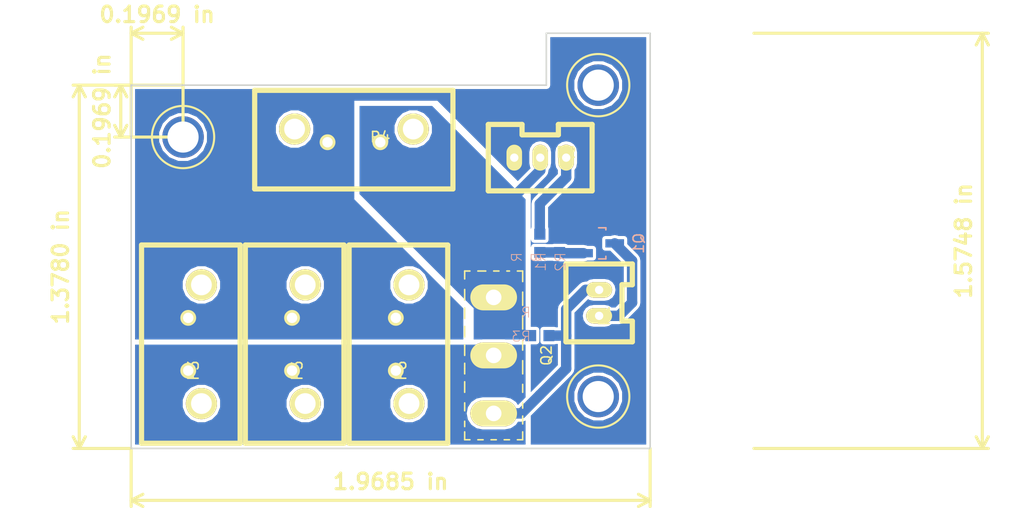
<source format=kicad_pcb>
(kicad_pcb (version 4) (host pcbnew 4.0.1-stable)

  (general
    (links 18)
    (no_connects 0)
    (area -0.075001 -5.075001 50.075001 35.075001)
    (thickness 1.6)
    (drawings 14)
    (tracks 53)
    (zones 0)
    (modules 11)
    (nets 8)
  )

  (page A4)
  (layers
    (0 F.Cu signal)
    (31 B.Cu signal)
    (32 B.Adhes user)
    (33 F.Adhes user)
    (34 B.Paste user)
    (35 F.Paste user)
    (36 B.SilkS user)
    (37 F.SilkS user)
    (38 B.Mask user)
    (39 F.Mask user)
    (40 Dwgs.User user)
    (41 Cmts.User user)
    (42 Eco1.User user)
    (43 Eco2.User user)
    (44 Edge.Cuts user)
    (45 Margin user)
    (46 B.CrtYd user)
    (47 F.CrtYd user)
    (48 B.Fab user)
    (49 F.Fab user)
  )

  (setup
    (last_trace_width 2)
    (user_trace_width 0.5)
    (user_trace_width 1)
    (user_trace_width 2)
    (trace_clearance 0.2)
    (zone_clearance 0.3)
    (zone_45_only no)
    (trace_min 0.2)
    (segment_width 0.2)
    (edge_width 0.15)
    (via_size 0.6)
    (via_drill 0.4)
    (via_min_size 0.4)
    (via_min_drill 0.3)
    (user_via 1.5 0.8)
    (user_via 4 3)
    (uvia_size 0.3)
    (uvia_drill 0.1)
    (uvias_allowed no)
    (uvia_min_size 0.2)
    (uvia_min_drill 0.1)
    (pcb_text_width 0.3)
    (pcb_text_size 1.5 1.5)
    (mod_edge_width 0.15)
    (mod_text_size 1 1)
    (mod_text_width 0.15)
    (pad_size 1.5 2.5)
    (pad_drill 0.8)
    (pad_to_mask_clearance 0.2)
    (aux_axis_origin 0 0)
    (visible_elements 7FFFFFFF)
    (pcbplotparams
      (layerselection 0x01000_80000000)
      (usegerberextensions false)
      (excludeedgelayer true)
      (linewidth 0.100000)
      (plotframeref false)
      (viasonmask false)
      (mode 1)
      (useauxorigin false)
      (hpglpennumber 1)
      (hpglpenspeed 20)
      (hpglpendiameter 15)
      (hpglpenoverlay 2)
      (psnegative false)
      (psa4output false)
      (plotreference true)
      (plotvalue true)
      (plotinvisibletext false)
      (padsonsilk false)
      (subtractmaskfromsilk false)
      (outputformat 1)
      (mirror false)
      (drillshape 0)
      (scaleselection 1)
      (outputdirectory ""))
  )

  (net 0 "")
  (net 1 +BATT)
  (net 2 GNDPWR)
  (net 3 /OUT)
  (net 4 "Net-(Q1-PadG)")
  (net 5 "Net-(P2-Pad3)")
  (net 6 "Net-(P1-Pad2)")
  (net 7 "Net-(P1-Pad1)")

  (net_class Default "これは標準のネット クラスです。"
    (clearance 0.2)
    (trace_width 0.25)
    (via_dia 0.6)
    (via_drill 0.4)
    (uvia_dia 0.3)
    (uvia_drill 0.1)
    (add_net +BATT)
    (add_net /OUT)
    (add_net GNDPWR)
    (add_net "Net-(P1-Pad1)")
    (add_net "Net-(P1-Pad2)")
    (add_net "Net-(P2-Pad3)")
    (add_net "Net-(Q1-PadG)")
  )

  (module TO_SOT_Packages_THT:TO-247_Vertical_Neutral123_MountedFromLS (layer F.Cu) (tedit 5717469D) (tstamp 571746AA)
    (at 34.925 26.035 270)
    (descr "TO-247 TO-218 TOP-3 FET 1=Gate 2=Drain 3=Source, Vertical, Mounted from LS")
    (tags "Transistor FET TO-247 TO-218 TOP-3 Vertical, LS")
    (path /57174657)
    (fp_text reference Q2 (at 0 -5.08 270) (layer F.SilkS)
      (effects (font (size 1 1) (thickness 0.15)))
    )
    (fp_text value FET_P (at -1.27 5.08 270) (layer F.Fab)
      (effects (font (size 1 1) (thickness 0.15)))
    )
    (fp_line (start 8.128 1.016) (end 8.128 1.524) (layer F.SilkS) (width 0.15))
    (fp_line (start 8.128 -0.254) (end 8.128 0.254) (layer F.SilkS) (width 0.15))
    (fp_line (start 8.128 -1.524) (end 8.128 -1.016) (layer F.SilkS) (width 0.15))
    (fp_line (start 8.128 2.794) (end 8.128 2.286) (layer F.SilkS) (width 0.15))
    (fp_line (start 8.128 -2.794) (end 8.128 -2.286) (layer F.SilkS) (width 0.15))
    (fp_line (start -8.128 -1.27) (end -8.128 -1.524) (layer F.SilkS) (width 0.15))
    (fp_line (start -8.128 0) (end -8.128 -0.508) (layer F.SilkS) (width 0.15))
    (fp_line (start -8.128 1.524) (end -8.128 0.762) (layer F.SilkS) (width 0.15))
    (fp_line (start -8.128 2.794) (end -8.128 2.286) (layer F.SilkS) (width 0.15))
    (fp_line (start -8.128 -2.794) (end -8.128 -2.286) (layer F.SilkS) (width 0.15))
    (fp_line (start 7.366 2.794) (end 8.128 2.794) (layer F.SilkS) (width 0.15))
    (fp_line (start 6.35 2.794) (end 6.858 2.794) (layer F.SilkS) (width 0.15))
    (fp_line (start 4.572 2.794) (end 5.334 2.794) (layer F.SilkS) (width 0.15))
    (fp_line (start 2.54 2.794) (end 3.556 2.794) (layer F.SilkS) (width 0.15))
    (fp_line (start 1.27 2.794) (end 1.778 2.794) (layer F.SilkS) (width 0.15))
    (fp_line (start 1.27 2.794) (end 0.762 2.794) (layer F.SilkS) (width 0.15))
    (fp_line (start -1.016 2.794) (end 0 2.794) (layer F.SilkS) (width 0.15))
    (fp_line (start -2.794 2.794) (end -1.778 2.794) (layer F.SilkS) (width 0.15))
    (fp_line (start -4.572 2.794) (end -3.556 2.794) (layer F.SilkS) (width 0.15))
    (fp_line (start -6.35 2.794) (end -5.334 2.794) (layer F.SilkS) (width 0.15))
    (fp_line (start -8.128 2.794) (end -7.366 2.794) (layer F.SilkS) (width 0.15))
    (fp_line (start 5.08 -2.794) (end 4.572 -2.794) (layer F.SilkS) (width 0.15))
    (fp_line (start 6.604 -2.794) (end 5.842 -2.794) (layer F.SilkS) (width 0.15))
    (fp_line (start 8.128 -2.794) (end 7.366 -2.794) (layer F.SilkS) (width 0.15))
    (fp_line (start 2.794 -2.794) (end 3.556 -2.794) (layer F.SilkS) (width 0.15))
    (fp_line (start 0.508 -2.794) (end 1.778 -2.794) (layer F.SilkS) (width 0.15))
    (fp_line (start -1.524 -2.794) (end -0.508 -2.794) (layer F.SilkS) (width 0.15))
    (fp_line (start -3.81 -2.794) (end -2.54 -2.794) (layer F.SilkS) (width 0.15))
    (fp_line (start -6.096 -2.794) (end -4.826 -2.794) (layer F.SilkS) (width 0.15))
    (fp_line (start -8.128 -2.794) (end -7.112 -2.794) (layer F.SilkS) (width 0.15))
    (pad D thru_hole oval (at 0 0) (size 4.50088 2.49936) (drill 1.50114) (layers *.Cu *.Mask F.SilkS)
      (net 3 /OUT))
    (pad S thru_hole oval (at -5.588 0) (size 4.50088 2.49936) (drill 1.50114) (layers *.Cu *.Mask F.SilkS)
      (net 1 +BATT))
    (pad G thru_hole oval (at 5.588 0) (size 4.50088 2.49936) (drill 1.50114) (layers *.Cu *.Mask F.SilkS)
      (net 7 "Net-(P1-Pad1)"))
    (model Transistors_TO-247.3dshapes/TO-247_Vertical_FET-GDS.wrl
      (at (xyz 0 0 -0.1))
      (scale (xyz 4 4 4))
      (rotate (xyz 0 0 180))
    )
  )

  (module RP_KiCAD_Connector:XA_2T (layer F.Cu) (tedit 57285F2D) (tstamp 57076CC7)
    (at 45.085 22.225 90)
    (path /57077D4A)
    (fp_text reference P1 (at 0 0.5 90) (layer F.SilkS)
      (effects (font (size 1 1) (thickness 0.15)))
    )
    (fp_text value CONN_01X02 (at 0 -0.5 90) (layer F.Fab)
      (effects (font (size 1 1) (thickness 0.15)))
    )
    (fp_line (start -2.5 3.2) (end -0.5 3.2) (layer F.SilkS) (width 0.5))
    (fp_line (start -0.5 3.2) (end -0.5 2.2) (layer F.SilkS) (width 0.5))
    (fp_line (start -0.5 2.2) (end 3 2.2) (layer F.SilkS) (width 0.5))
    (fp_line (start 3 2.2) (end 3 3.2) (layer F.SilkS) (width 0.5))
    (fp_line (start 3 3.2) (end 5 3.2) (layer F.SilkS) (width 0.5))
    (fp_line (start -2.5 -3.2) (end -2.5 3.2) (layer F.SilkS) (width 0.5))
    (fp_line (start 5 3.2) (end 5 -3.2) (layer F.SilkS) (width 0.5))
    (fp_line (start 5 -3.2) (end -2.5 -3.2) (layer F.SilkS) (width 0.5))
    (pad 2 thru_hole oval (at 0 0 90) (size 1.5 2.5) (drill 0.8) (layers *.Cu *.Mask F.SilkS)
      (net 6 "Net-(P1-Pad2)"))
    (pad 1 thru_hole oval (at 2.5 0 90) (size 1.5 2.5) (drill 0.8) (layers *.Cu *.Mask F.SilkS)
      (net 7 "Net-(P1-Pad1)"))
    (model conn_XA/XA_2T.wrl
      (at (xyz 0.05 0 0))
      (scale (xyz 4 4 4))
      (rotate (xyz -90 0 0))
    )
  )

  (module TO_SOT_Packages_SMD:SOT-23_Handsoldering (layer B.Cu) (tedit 56FA59B0) (tstamp 57076CEC)
    (at 45.085 15.24 90)
    (descr "SOT-23, Handsoldering")
    (tags SOT-23)
    (path /570768D8)
    (attr smd)
    (fp_text reference Q1 (at 0 3.81 90) (layer B.SilkS)
      (effects (font (size 1 1) (thickness 0.15)) (justify mirror))
    )
    (fp_text value MOSFET_N (at 0 -3.81 90) (layer B.Fab)
      (effects (font (size 1 1) (thickness 0.15)) (justify mirror))
    )
    (fp_line (start -1.49982 -0.0508) (end -1.49982 0.65024) (layer B.SilkS) (width 0.15))
    (fp_line (start -1.49982 0.65024) (end -1.2509 0.65024) (layer B.SilkS) (width 0.15))
    (fp_line (start 1.29916 0.65024) (end 1.49982 0.65024) (layer B.SilkS) (width 0.15))
    (fp_line (start 1.49982 0.65024) (end 1.49982 -0.0508) (layer B.SilkS) (width 0.15))
    (pad G smd rect (at -0.95 -1.50114 90) (size 0.8001 1.80086) (layers B.Cu B.Paste B.Mask)
      (net 4 "Net-(Q1-PadG)"))
    (pad S smd rect (at 0.95 -1.50114 90) (size 0.8001 1.80086) (layers B.Cu B.Paste B.Mask)
      (net 2 GNDPWR))
    (pad D smd rect (at 0 1.50114 90) (size 0.8001 1.80086) (layers B.Cu B.Paste B.Mask)
      (net 6 "Net-(P1-Pad2)"))
    (model TO_SOT_Packages_SMD.3dshapes/SOT-23_Handsoldering.wrl
      (at (xyz 0 0 0))
      (scale (xyz 1 1 1))
      (rotate (xyz 0 0 0))
    )
  )

  (module RP_KiCAD_Connector:XA_3T (layer F.Cu) (tedit 5704715B) (tstamp 570CD852)
    (at 41.91 6.985 180)
    (path /570CDAE3)
    (fp_text reference P2 (at 0 0.5 180) (layer F.SilkS)
      (effects (font (size 1 1) (thickness 0.15)))
    )
    (fp_text value CONN_01X03 (at 0 -0.5 180) (layer F.Fab)
      (effects (font (size 1 1) (thickness 0.15)))
    )
    (fp_line (start 0.75 2.2) (end 4.25 2.2) (layer F.SilkS) (width 0.5))
    (fp_line (start 4.25 2.2) (end 4.25 3.2) (layer F.SilkS) (width 0.5))
    (fp_line (start 4.25 3.2) (end 7.5 3.2) (layer F.SilkS) (width 0.5))
    (fp_line (start -2.5 3.2) (end 0.75 3.2) (layer F.SilkS) (width 0.5))
    (fp_line (start 0.75 3.2) (end 0.75 2.2) (layer F.SilkS) (width 0.5))
    (fp_line (start -2.5 -3.2) (end 7.5 -3.2) (layer F.SilkS) (width 0.5))
    (fp_line (start 7.5 -3.2) (end 7.5 3.2) (layer F.SilkS) (width 0.5))
    (fp_line (start -2.5 -3.2) (end -2.5 3.2) (layer F.SilkS) (width 0.5))
    (pad 3 thru_hole oval (at 0 0 180) (size 1.5 2.5) (drill 0.8) (layers *.Cu *.Mask F.SilkS)
      (net 5 "Net-(P2-Pad3)"))
    (pad 2 thru_hole oval (at 2.5 0 180) (size 1.5 2.5) (drill 0.8) (layers *.Cu *.Mask F.SilkS)
      (net 1 +BATT))
    (pad 1 thru_hole oval (at 5 0 180) (size 1.5 2.5) (drill 0.8) (layers *.Cu *.Mask F.SilkS)
      (net 2 GNDPWR))
    (model conn_XA/XA_3T.wrl
      (at (xyz 0.1 0 0))
      (scale (xyz 4 4 4))
      (rotate (xyz -90 0 0))
    )
  )

  (module RP_KiCAD_Libs:C0603K (layer B.Cu) (tedit 0) (tstamp 571046ED)
    (at 41.275 15.24 90)
    (descr "<b>Ceramic Chip Capacitor KEMET 0603 reflow solder</b><p>\nMetric Code Size 1608")
    (path /57076931)
    (fp_text reference R2 (at -0.8 0.65 90) (layer B.SilkS)
      (effects (font (size 0.9652 0.9652) (thickness 0.08128)) (justify left bottom mirror))
    )
    (fp_text value R (at -0.8 -1.65 90) (layer B.SilkS)
      (effects (font (size 0.9652 0.9652) (thickness 0.08128)) (justify left bottom mirror))
    )
    (fp_line (start -0.725 0.35) (end 0.725 0.35) (layer Dwgs.User) (width 0.1016))
    (fp_line (start 0.725 -0.35) (end -0.725 -0.35) (layer Dwgs.User) (width 0.1016))
    (fp_poly (pts (xy -0.8 -0.4) (xy -0.45 -0.4) (xy -0.45 0.4) (xy -0.8 0.4)) (layer Dwgs.User) (width 0))
    (fp_poly (pts (xy 0.45 -0.4) (xy 0.8 -0.4) (xy 0.8 0.4) (xy 0.45 0.4)) (layer Dwgs.User) (width 0))
    (pad 1 smd rect (at -0.875 0 90) (size 1.05 1.08) (layers B.Cu B.Paste B.Mask)
      (net 4 "Net-(Q1-PadG)"))
    (pad 2 smd rect (at 0.875 0 90) (size 1.05 1.08) (layers B.Cu B.Paste B.Mask)
      (net 2 GNDPWR))
    (model Resistors_SMD.3dshapes/R_0603.wrl
      (at (xyz 0 0 0))
      (scale (xyz 1 1 1))
      (rotate (xyz 0 0 0))
    )
  )

  (module RP_KiCAD_Libs:C0603K (layer B.Cu) (tedit 0) (tstamp 57185AEC)
    (at 39.37 15.24 90)
    (descr "<b>Ceramic Chip Capacitor KEMET 0603 reflow solder</b><p>\nMetric Code Size 1608")
    (path /570769B0)
    (fp_text reference R1 (at -0.8 0.65 90) (layer B.SilkS)
      (effects (font (size 0.9652 0.9652) (thickness 0.08128)) (justify left bottom mirror))
    )
    (fp_text value R (at -0.8 -1.65 90) (layer B.SilkS)
      (effects (font (size 0.9652 0.9652) (thickness 0.08128)) (justify left bottom mirror))
    )
    (fp_line (start -0.725 0.35) (end 0.725 0.35) (layer Dwgs.User) (width 0.1016))
    (fp_line (start 0.725 -0.35) (end -0.725 -0.35) (layer Dwgs.User) (width 0.1016))
    (fp_poly (pts (xy -0.8 -0.4) (xy -0.45 -0.4) (xy -0.45 0.4) (xy -0.8 0.4)) (layer Dwgs.User) (width 0))
    (fp_poly (pts (xy 0.45 -0.4) (xy 0.8 -0.4) (xy 0.8 0.4) (xy 0.45 0.4)) (layer Dwgs.User) (width 0))
    (pad 1 smd rect (at -0.875 0 90) (size 1.05 1.08) (layers B.Cu B.Paste B.Mask)
      (net 4 "Net-(Q1-PadG)"))
    (pad 2 smd rect (at 0.875 0 90) (size 1.05 1.08) (layers B.Cu B.Paste B.Mask)
      (net 5 "Net-(P2-Pad3)"))
    (model Resistors_SMD.3dshapes/R_0603.wrl
      (at (xyz 0 0 0))
      (scale (xyz 1 1 1))
      (rotate (xyz 0 0 0))
    )
  )

  (module RP_KiCAD_Libs:C0603K (layer B.Cu) (tedit 0) (tstamp 57185AF1)
    (at 39.37 24.13)
    (descr "<b>Ceramic Chip Capacitor KEMET 0603 reflow solder</b><p>\nMetric Code Size 1608")
    (path /57174BD9)
    (fp_text reference R3 (at -0.8 0.65) (layer B.SilkS)
      (effects (font (size 0.9652 0.9652) (thickness 0.08128)) (justify left bottom mirror))
    )
    (fp_text value R (at -0.8 -1.65) (layer B.SilkS)
      (effects (font (size 0.9652 0.9652) (thickness 0.08128)) (justify left bottom mirror))
    )
    (fp_line (start -0.725 0.35) (end 0.725 0.35) (layer Dwgs.User) (width 0.1016))
    (fp_line (start 0.725 -0.35) (end -0.725 -0.35) (layer Dwgs.User) (width 0.1016))
    (fp_poly (pts (xy -0.8 -0.4) (xy -0.45 -0.4) (xy -0.45 0.4) (xy -0.8 0.4)) (layer Dwgs.User) (width 0))
    (fp_poly (pts (xy 0.45 -0.4) (xy 0.8 -0.4) (xy 0.8 0.4) (xy 0.45 0.4)) (layer Dwgs.User) (width 0))
    (pad 1 smd rect (at -0.875 0) (size 1.05 1.08) (layers B.Cu B.Paste B.Mask)
      (net 1 +BATT))
    (pad 2 smd rect (at 0.875 0) (size 1.05 1.08) (layers B.Cu B.Paste B.Mask)
      (net 7 "Net-(P1-Pad1)"))
    (model Resistors_SMD.3dshapes/R_0603.wrl
      (at (xyz 0 0 0))
      (scale (xyz 1 1 1))
      (rotate (xyz 0 0 0))
    )
  )

  (module RP_KiCAD_Connector:D3200_2T (layer F.Cu) (tedit 572DAE48) (tstamp 572DB1A7)
    (at 5.5 27.5 90)
    (path /57076EF1)
    (fp_text reference P3 (at 0 0.5 90) (layer F.SilkS)
      (effects (font (size 1 1) (thickness 0.15)))
    )
    (fp_text value CONN_01X02 (at 0 -0.5 90) (layer F.Fab)
      (effects (font (size 1 1) (thickness 0.15)))
    )
    (fp_line (start -7 5) (end 12.1 5) (layer F.SilkS) (width 0.5))
    (fp_line (start 12.1 5) (end 12.1 -4.5) (layer F.SilkS) (width 0.5))
    (fp_line (start -7 -4.5) (end 12.1 -4.5) (layer F.SilkS) (width 0.5))
    (fp_line (start -7 -4.5) (end -7 5) (layer F.SilkS) (width 0.5))
    (pad 2 thru_hole circle (at 0 0 90) (size 1.524 1.524) (drill 1) (layers *.Cu *.Mask F.SilkS)
      (net 3 /OUT))
    (pad 1 thru_hole circle (at 5.08 0 90) (size 1.524 1.524) (drill 1) (layers *.Cu *.Mask F.SilkS)
      (net 2 GNDPWR))
    (pad 3 thru_hole circle (at -3.175 1.27 90) (size 3 3) (drill 2) (layers *.Cu *.Mask F.SilkS))
    (pad 5 thru_hole circle (at 8.255 1.27 90) (size 3 3) (drill 2) (layers *.Cu *.Mask F.SilkS))
    (model conn_D3200/D-3200T_2.wrl
      (at (xyz 0.1 0 0.2))
      (scale (xyz 3.95 3.95 3.95))
      (rotate (xyz 0 0 0))
    )
  )

  (module RP_KiCAD_Connector:D3200_2T (layer F.Cu) (tedit 572DAE48) (tstamp 572DB1B3)
    (at 24 5.5 180)
    (path /57076DBC)
    (fp_text reference P4 (at 0 0.5 180) (layer F.SilkS)
      (effects (font (size 1 1) (thickness 0.15)))
    )
    (fp_text value CONN_01X02 (at 0 -0.5 180) (layer F.Fab)
      (effects (font (size 1 1) (thickness 0.15)))
    )
    (fp_line (start -7 5) (end 12.1 5) (layer F.SilkS) (width 0.5))
    (fp_line (start 12.1 5) (end 12.1 -4.5) (layer F.SilkS) (width 0.5))
    (fp_line (start -7 -4.5) (end 12.1 -4.5) (layer F.SilkS) (width 0.5))
    (fp_line (start -7 -4.5) (end -7 5) (layer F.SilkS) (width 0.5))
    (pad 2 thru_hole circle (at 0 0 180) (size 1.524 1.524) (drill 1) (layers *.Cu *.Mask F.SilkS)
      (net 1 +BATT))
    (pad 1 thru_hole circle (at 5.08 0 180) (size 1.524 1.524) (drill 1) (layers *.Cu *.Mask F.SilkS)
      (net 2 GNDPWR))
    (pad 3 thru_hole circle (at -3.175 1.27 180) (size 3 3) (drill 2) (layers *.Cu *.Mask F.SilkS))
    (pad 5 thru_hole circle (at 8.255 1.27 180) (size 3 3) (drill 2) (layers *.Cu *.Mask F.SilkS))
    (model conn_D3200/D-3200T_2.wrl
      (at (xyz 0.1 0 0.2))
      (scale (xyz 3.95 3.95 3.95))
      (rotate (xyz 0 0 0))
    )
  )

  (module RP_KiCAD_Connector:D3200_2T (layer F.Cu) (tedit 572DAE48) (tstamp 572DB1BF)
    (at 15.5 27.5 90)
    (path /57076F2E)
    (fp_text reference P5 (at 0 0.5 90) (layer F.SilkS)
      (effects (font (size 1 1) (thickness 0.15)))
    )
    (fp_text value CONN_01X02 (at 0 -0.5 90) (layer F.Fab)
      (effects (font (size 1 1) (thickness 0.15)))
    )
    (fp_line (start -7 5) (end 12.1 5) (layer F.SilkS) (width 0.5))
    (fp_line (start 12.1 5) (end 12.1 -4.5) (layer F.SilkS) (width 0.5))
    (fp_line (start -7 -4.5) (end 12.1 -4.5) (layer F.SilkS) (width 0.5))
    (fp_line (start -7 -4.5) (end -7 5) (layer F.SilkS) (width 0.5))
    (pad 2 thru_hole circle (at 0 0 90) (size 1.524 1.524) (drill 1) (layers *.Cu *.Mask F.SilkS)
      (net 3 /OUT))
    (pad 1 thru_hole circle (at 5.08 0 90) (size 1.524 1.524) (drill 1) (layers *.Cu *.Mask F.SilkS)
      (net 2 GNDPWR))
    (pad 3 thru_hole circle (at -3.175 1.27 90) (size 3 3) (drill 2) (layers *.Cu *.Mask F.SilkS))
    (pad 5 thru_hole circle (at 8.255 1.27 90) (size 3 3) (drill 2) (layers *.Cu *.Mask F.SilkS))
    (model conn_D3200/D-3200T_2.wrl
      (at (xyz 0.1 0 0.2))
      (scale (xyz 3.95 3.95 3.95))
      (rotate (xyz 0 0 0))
    )
  )

  (module RP_KiCAD_Connector:D3200_2T (layer F.Cu) (tedit 572DAE48) (tstamp 572DB1CB)
    (at 25.5 27.5 90)
    (path /57076FE5)
    (fp_text reference P6 (at 0 0.5 90) (layer F.SilkS)
      (effects (font (size 1 1) (thickness 0.15)))
    )
    (fp_text value CONN_01X02 (at 0 -0.5 90) (layer F.Fab)
      (effects (font (size 1 1) (thickness 0.15)))
    )
    (fp_line (start -7 5) (end 12.1 5) (layer F.SilkS) (width 0.5))
    (fp_line (start 12.1 5) (end 12.1 -4.5) (layer F.SilkS) (width 0.5))
    (fp_line (start -7 -4.5) (end 12.1 -4.5) (layer F.SilkS) (width 0.5))
    (fp_line (start -7 -4.5) (end -7 5) (layer F.SilkS) (width 0.5))
    (pad 2 thru_hole circle (at 0 0 90) (size 1.524 1.524) (drill 1) (layers *.Cu *.Mask F.SilkS)
      (net 3 /OUT))
    (pad 1 thru_hole circle (at 5.08 0 90) (size 1.524 1.524) (drill 1) (layers *.Cu *.Mask F.SilkS)
      (net 2 GNDPWR))
    (pad 3 thru_hole circle (at -3.175 1.27 90) (size 3 3) (drill 2) (layers *.Cu *.Mask F.SilkS))
    (pad 5 thru_hole circle (at 8.255 1.27 90) (size 3 3) (drill 2) (layers *.Cu *.Mask F.SilkS))
    (model conn_D3200/D-3200T_2.wrl
      (at (xyz 0.1 0 0.2))
      (scale (xyz 3.95 3.95 3.95))
      (rotate (xyz 0 0 0))
    )
  )

  (dimension 50 (width 0.3) (layer F.SilkS)
    (gr_text "50.000 mm" (at 25 40) (layer F.SilkS)
      (effects (font (size 1.5 1.5) (thickness 0.3)))
    )
    (feature1 (pts (xy 50 35) (xy 50 40)))
    (feature2 (pts (xy 0 35) (xy 0 40)))
    (crossbar (pts (xy 0 40) (xy 50 40)))
    (arrow1a (pts (xy 50 40) (xy 48.873496 40.586421)))
    (arrow1b (pts (xy 50 40) (xy 48.873496 39.413579)))
    (arrow2a (pts (xy 0 40) (xy 1.126504 40.586421)))
    (arrow2b (pts (xy 0 40) (xy 1.126504 39.413579)))
  )
  (gr_line (start 50 -5) (end 50 35) (angle 90) (layer Edge.Cuts) (width 0.15))
  (gr_line (start 40 -5) (end 50 -5) (angle 90) (layer Edge.Cuts) (width 0.15))
  (gr_line (start 40 0) (end 40 -5) (angle 90) (layer Edge.Cuts) (width 0.15))
  (gr_line (start 0 0) (end 40 0) (angle 90) (layer Edge.Cuts) (width 0.15))
  (gr_circle (center 45 30) (end 48 30) (layer F.SilkS) (width 0.2))
  (gr_circle (center 45 0) (end 48 0) (layer F.SilkS) (width 0.2))
  (gr_line (start 50 35) (end 0 35) (angle 90) (layer Edge.Cuts) (width 0.15))
  (gr_circle (center 5 5) (end 2 5) (layer F.SilkS) (width 0.2))
  (dimension 5 (width 0.3) (layer F.SilkS)
    (gr_text "5.000 mm" (at -2.35 2.5 90) (layer F.SilkS)
      (effects (font (size 1.5 1.5) (thickness 0.3)))
    )
    (feature1 (pts (xy 5 0) (xy -3.7 0)))
    (feature2 (pts (xy 5 5) (xy -3.7 5)))
    (crossbar (pts (xy -1 5) (xy -1 0)))
    (arrow1a (pts (xy -1 0) (xy -0.413579 1.126504)))
    (arrow1b (pts (xy -1 0) (xy -1.586421 1.126504)))
    (arrow2a (pts (xy -1 5) (xy -0.413579 3.873496)))
    (arrow2b (pts (xy -1 5) (xy -1.586421 3.873496)))
  )
  (dimension 5 (width 0.3) (layer F.SilkS)
    (gr_text "5.000 mm" (at 2.5 -6.35) (layer F.SilkS)
      (effects (font (size 1.5 1.5) (thickness 0.3)))
    )
    (feature1 (pts (xy 0 5) (xy 0 -7.7)))
    (feature2 (pts (xy 5 5) (xy 5 -7.7)))
    (crossbar (pts (xy 5 -5) (xy 0 -5)))
    (arrow1a (pts (xy 0 -5) (xy 1.126504 -5.586421)))
    (arrow1b (pts (xy 0 -5) (xy 1.126504 -4.413579)))
    (arrow2a (pts (xy 5 -5) (xy 3.873496 -5.586421)))
    (arrow2b (pts (xy 5 -5) (xy 3.873496 -4.413579)))
  )
  (dimension 40 (width 0.3) (layer F.SilkS)
    (gr_text "40.000 mm" (at 83.35 15 270) (layer F.SilkS)
      (effects (font (size 1.5 1.5) (thickness 0.3)))
    )
    (feature1 (pts (xy 60 35) (xy 84.7 35)))
    (feature2 (pts (xy 60 -5) (xy 84.7 -5)))
    (crossbar (pts (xy 82 -5) (xy 82 35)))
    (arrow1a (pts (xy 82 35) (xy 81.413579 33.873496)))
    (arrow1b (pts (xy 82 35) (xy 82.586421 33.873496)))
    (arrow2a (pts (xy 82 -5) (xy 81.413579 -3.873496)))
    (arrow2b (pts (xy 82 -5) (xy 82.586421 -3.873496)))
  )
  (dimension 35 (width 0.3) (layer F.SilkS)
    (gr_text "35.000 mm" (at -6.35 17.5 270) (layer F.SilkS)
      (effects (font (size 1.5 1.5) (thickness 0.3)))
    )
    (feature1 (pts (xy 0 35) (xy -7.7 35)))
    (feature2 (pts (xy 0 0) (xy -7.7 0)))
    (crossbar (pts (xy -5 0) (xy -5 35)))
    (arrow1a (pts (xy -5 35) (xy -5.586421 33.873496)))
    (arrow1b (pts (xy -5 35) (xy -4.413579 33.873496)))
    (arrow2a (pts (xy -5 0) (xy -5.586421 1.126504)))
    (arrow2b (pts (xy -5 0) (xy -4.413579 1.126504)))
  )
  (gr_line (start 0 0) (end 0 35) (angle 90) (layer Edge.Cuts) (width 0.15))

  (via (at 45 0) (size 4) (drill 3) (layers F.Cu B.Cu) (net 0))
  (via (at 45 30) (size 4) (drill 3) (layers F.Cu B.Cu) (net 0))
  (via (at 5 5) (size 4) (drill 3) (layers F.Cu B.Cu) (net 0))
  (segment (start 24 5.5) (end 24 9.522) (width 2) (layer B.Cu) (net 1) (status 400000))
  (segment (start 24 9.522) (end 34.925 20.447) (width 2) (layer B.Cu) (net 1) (tstamp 572FFB1D) (status 800000))
  (segment (start 34.925 20.447) (end 34.925 22.925) (width 0.5) (layer B.Cu) (net 1))
  (segment (start 36.13 24.13) (end 38.495 24.13) (width 0.5) (layer B.Cu) (net 1) (tstamp 5721C748))
  (segment (start 34.925 22.925) (end 36.13 24.13) (width 0.5) (layer B.Cu) (net 1) (tstamp 5721C745))
  (segment (start 34.925 20.447) (end 34.925 20.56) (width 1) (layer B.Cu) (net 1))
  (segment (start 39.41 6.985) (end 39.41 8.215) (width 1) (layer B.Cu) (net 1))
  (segment (start 39.41 8.215) (end 34.925 12.7) (width 1) (layer B.Cu) (net 1) (tstamp 571859B4))
  (segment (start 34.925 12.7) (end 34.925 20.447) (width 1) (layer B.Cu) (net 1) (tstamp 571859B5))
  (segment (start 11.5 22.42) (end 11.5 12.92) (width 2) (layer B.Cu) (net 2))
  (segment (start 11.5 12.92) (end 18.92 5.5) (width 2) (layer B.Cu) (net 2) (tstamp 572FFB13) (status 800000))
  (segment (start 15.5 22.42) (end 25.5 22.42) (width 2) (layer B.Cu) (net 2) (status C00000))
  (segment (start 5.5 22.42) (end 11.5 22.42) (width 2) (layer B.Cu) (net 2) (status 400000))
  (segment (start 11.5 22.42) (end 15.5 22.42) (width 2) (layer B.Cu) (net 2) (tstamp 572FFB11) (status 800000))
  (segment (start 18.92 5.5) (end 18.92 2.58) (width 0.5) (layer B.Cu) (net 2) (status 400000))
  (segment (start 18.92 2.58) (end 20.5 1) (width 0.5) (layer B.Cu) (net 2) (tstamp 572FFB05))
  (segment (start 20.5 1) (end 35.5 1) (width 0.5) (layer B.Cu) (net 2) (tstamp 572FFB06))
  (segment (start 35.5 1) (end 37 2.5) (width 0.5) (layer B.Cu) (net 2) (tstamp 572FFB07))
  (segment (start 43.58386 14.29) (end 43.58386 10.41614) (width 0.5) (layer B.Cu) (net 2))
  (segment (start 43.58386 10.41614) (end 45.5 8.5) (width 0.5) (layer B.Cu) (net 2) (tstamp 5721C75B))
  (segment (start 45.5 8.5) (end 45.5 5.5) (width 0.5) (layer B.Cu) (net 2) (tstamp 5721C75C))
  (segment (start 45.5 5.5) (end 42.5 2.5) (width 0.5) (layer B.Cu) (net 2) (tstamp 5721C75D))
  (segment (start 42.5 2.5) (end 36.83 2.5) (width 0.5) (layer B.Cu) (net 2) (tstamp 5721C75F))
  (segment (start 36.83 2.5) (end 37 2.5) (width 0.5) (layer B.Cu) (net 2) (tstamp 572DB225))
  (segment (start 36.91 6.985) (end 36.91 2.59) (width 0.5) (layer B.Cu) (net 2))
  (segment (start 36.91 2.59) (end 37 2.5) (width 0.5) (layer B.Cu) (net 2) (tstamp 5721C74D))
  (segment (start 41.275 14.365) (end 41.35 14.29) (width 1) (layer B.Cu) (net 2))
  (segment (start 41.35 14.29) (end 43.58386 14.29) (width 1) (layer B.Cu) (net 2) (tstamp 5718599F))
  (segment (start 25.5 27.5) (end 33.46 27.5) (width 2) (layer B.Cu) (net 3) (status 400000))
  (segment (start 33.46 27.5) (end 34.925 26.035) (width 2) (layer B.Cu) (net 3) (tstamp 572FFB1A) (status 800000))
  (segment (start 15.5 27.5) (end 25.5 27.5) (width 2) (layer B.Cu) (net 3) (status C00000))
  (segment (start 5.5 27.5) (end 15.5 27.5) (width 2) (layer B.Cu) (net 3) (status C00000))
  (segment (start 39.37 16.115) (end 41.275 16.115) (width 1) (layer B.Cu) (net 4))
  (segment (start 41.275 16.115) (end 41.35 16.19) (width 1) (layer B.Cu) (net 4))
  (segment (start 41.35 16.19) (end 43.58386 16.19) (width 1) (layer B.Cu) (net 4) (tstamp 5718599C))
  (segment (start 39.37 14.365) (end 39.37 11.43) (width 1) (layer B.Cu) (net 5))
  (segment (start 41.91 8.89) (end 41.91 6.985) (width 1) (layer B.Cu) (net 5) (tstamp 57185996))
  (segment (start 39.37 11.43) (end 41.91 8.89) (width 1) (layer B.Cu) (net 5))
  (segment (start 45.085 22.225) (end 46.99 22.225) (width 1) (layer B.Cu) (net 6))
  (segment (start 48.26 16.91386) (end 46.58614 15.24) (width 1) (layer B.Cu) (net 6) (tstamp 571859A6))
  (segment (start 48.26 20.955) (end 48.26 16.91386) (width 1) (layer B.Cu) (net 6) (tstamp 571859A5))
  (segment (start 46.99 22.225) (end 48.26 20.955) (width 1) (layer B.Cu) (net 6) (tstamp 571859A4))
  (segment (start 40.245 24.13) (end 41.91 24.13) (width 1) (layer B.Cu) (net 7))
  (segment (start 39.37 29.845) (end 37.592 31.623) (width 1) (layer B.Cu) (net 7))
  (segment (start 37.592 31.623) (end 34.925 31.623) (width 1) (layer B.Cu) (net 7) (tstamp 571859AE))
  (segment (start 45.085 19.725) (end 43.775 19.725) (width 1) (layer B.Cu) (net 7))
  (segment (start 41.91 27.305) (end 39.37 29.845) (width 1) (layer B.Cu) (net 7) (tstamp 571859AB))
  (segment (start 41.91 21.59) (end 41.91 24.13) (width 1) (layer B.Cu) (net 7) (tstamp 571859AA))
  (segment (start 41.91 24.13) (end 41.91 27.305) (width 1) (layer B.Cu) (net 7) (tstamp 57185B38))
  (segment (start 43.775 19.725) (end 41.91 21.59) (width 1) (layer B.Cu) (net 7) (tstamp 571859A9))

  (zone (net 3) (net_name /OUT) (layer B.Cu) (tstamp 5721C68C) (hatch edge 0.508)
    (connect_pads yes (clearance 0.3))
    (min_thickness 0.0254)
    (fill yes (arc_segments 16) (thermal_gap 0.508) (thermal_bridge_width 0.508))
    (polygon
      (pts
        (xy 38 35) (xy 0 35) (xy 0 25) (xy 38 25) (xy 38 35)
      )
    )
    (filled_polygon
      (pts
        (xy 37.9873 30.078368) (xy 37.267675 30.797993) (xy 37.080744 30.518231) (xy 36.573872 30.179549) (xy 35.975975 30.06062)
        (xy 33.874025 30.06062) (xy 33.276128 30.179549) (xy 32.769256 30.518231) (xy 32.430574 31.025103) (xy 32.311645 31.623)
        (xy 32.430574 32.220897) (xy 32.769256 32.727769) (xy 33.276128 33.066451) (xy 33.874025 33.18538) (xy 35.975975 33.18538)
        (xy 36.573872 33.066451) (xy 37.080744 32.727769) (xy 37.275899 32.4357) (xy 37.592 32.4357) (xy 37.903007 32.373837)
        (xy 37.9873 32.317514) (xy 37.9873 34.6123) (xy 0.3877 34.6123) (xy 0.3877 31.033986) (xy 4.956986 31.033986)
        (xy 5.232372 31.700471) (xy 5.741847 32.210836) (xy 6.40785 32.487385) (xy 7.128986 32.488014) (xy 7.795471 32.212628)
        (xy 8.305836 31.703153) (xy 8.582385 31.03715) (xy 8.582387 31.033986) (xy 14.956986 31.033986) (xy 15.232372 31.700471)
        (xy 15.741847 32.210836) (xy 16.40785 32.487385) (xy 17.128986 32.488014) (xy 17.795471 32.212628) (xy 18.305836 31.703153)
        (xy 18.582385 31.03715) (xy 18.582387 31.033986) (xy 24.956986 31.033986) (xy 25.232372 31.700471) (xy 25.741847 32.210836)
        (xy 26.40785 32.487385) (xy 27.128986 32.488014) (xy 27.795471 32.212628) (xy 28.305836 31.703153) (xy 28.582385 31.03715)
        (xy 28.583014 30.316014) (xy 28.307628 29.649529) (xy 27.798153 29.139164) (xy 27.13215 28.862615) (xy 26.411014 28.861986)
        (xy 25.744529 29.137372) (xy 25.234164 29.646847) (xy 24.957615 30.31285) (xy 24.956986 31.033986) (xy 18.582387 31.033986)
        (xy 18.583014 30.316014) (xy 18.307628 29.649529) (xy 17.798153 29.139164) (xy 17.13215 28.862615) (xy 16.411014 28.861986)
        (xy 15.744529 29.137372) (xy 15.234164 29.646847) (xy 14.957615 30.31285) (xy 14.956986 31.033986) (xy 8.582387 31.033986)
        (xy 8.583014 30.316014) (xy 8.307628 29.649529) (xy 7.798153 29.139164) (xy 7.13215 28.862615) (xy 6.411014 28.861986)
        (xy 5.744529 29.137372) (xy 5.234164 29.646847) (xy 4.957615 30.31285) (xy 4.956986 31.033986) (xy 0.3877 31.033986)
        (xy 0.3877 25.0127) (xy 37.9873 25.0127)
      )
    )
  )
  (zone (net 2) (net_name GNDPWR) (layer B.Cu) (tstamp 5721C6A0) (hatch edge 0.508)
    (connect_pads yes (clearance 0.3))
    (min_thickness 0.0254)
    (fill yes (arc_segments 16) (thermal_gap 0.508) (thermal_bridge_width 0.508))
    (polygon
      (pts
        (xy 50 35) (xy 38.5 35) (xy 38.5 10.5) (xy 29.5 1.5) (xy 21.5 1.5)
        (xy 21.5 11) (xy 32 21.5) (xy 32 24.5) (xy 0 24.5) (xy 0 0)
        (xy 40 0) (xy 40 -5) (xy 50 -5) (xy 50 35)
      )
    )
    (filled_polygon
      (pts
        (xy 49.6123 34.6123) (xy 38.5127 34.6123) (xy 38.5127 31.851632) (xy 39.906325 30.458006) (xy 42.6869 30.458006)
        (xy 43.038246 31.308328) (xy 43.68825 31.959468) (xy 44.537957 32.312297) (xy 45.458006 32.3131) (xy 46.308328 31.961754)
        (xy 46.959468 31.31175) (xy 47.312297 30.462043) (xy 47.3131 29.541994) (xy 46.961754 28.691672) (xy 46.31175 28.040532)
        (xy 45.462043 27.687703) (xy 44.541994 27.6869) (xy 43.691672 28.038246) (xy 43.040532 28.68825) (xy 42.687703 29.537957)
        (xy 42.6869 30.458006) (xy 39.906325 30.458006) (xy 39.944663 30.419668) (xy 39.944666 30.419666) (xy 42.484663 27.879668)
        (xy 42.484666 27.879666) (xy 42.660837 27.616007) (xy 42.7227 27.305) (xy 42.7227 22.225) (xy 43.491685 22.225)
        (xy 43.572578 22.631678) (xy 43.802943 22.976442) (xy 44.147707 23.206807) (xy 44.554385 23.2877) (xy 45.615615 23.2877)
        (xy 46.022293 23.206807) (xy 46.275378 23.0377) (xy 46.99 23.0377) (xy 47.301007 22.975837) (xy 47.564666 22.799666)
        (xy 48.834666 21.529666) (xy 49.010837 21.266007) (xy 49.0727 20.955) (xy 49.0727 16.913865) (xy 49.072701 16.91386)
        (xy 49.010837 16.602854) (xy 49.010837 16.602853) (xy 48.834666 16.339194) (xy 48.834663 16.339192) (xy 47.805396 15.309924)
        (xy 47.805396 14.83995) (xy 47.783592 14.72407) (xy 47.715107 14.617642) (xy 47.610611 14.546243) (xy 47.48657 14.521124)
        (xy 46.94498 14.521124) (xy 46.897147 14.489163) (xy 46.58614 14.4273) (xy 46.275133 14.489163) (xy 46.2273 14.521124)
        (xy 45.68571 14.521124) (xy 45.56983 14.542928) (xy 45.463402 14.611413) (xy 45.392003 14.715909) (xy 45.366884 14.83995)
        (xy 45.366884 15.64005) (xy 45.388688 15.75593) (xy 45.457173 15.862358) (xy 45.561669 15.933757) (xy 45.68571 15.958876)
        (xy 46.155684 15.958876) (xy 47.4473 17.250491) (xy 47.4473 20.618368) (xy 46.653368 21.4123) (xy 46.275378 21.4123)
        (xy 46.022293 21.243193) (xy 45.615615 21.1623) (xy 44.554385 21.1623) (xy 44.147707 21.243193) (xy 43.802943 21.473558)
        (xy 43.572578 21.818322) (xy 43.491685 22.225) (xy 42.7227 22.225) (xy 42.7227 21.926632) (xy 44.024709 20.624622)
        (xy 44.147707 20.706807) (xy 44.554385 20.7877) (xy 45.615615 20.7877) (xy 46.022293 20.706807) (xy 46.367057 20.476442)
        (xy 46.597422 20.131678) (xy 46.678315 19.725) (xy 46.597422 19.318322) (xy 46.367057 18.973558) (xy 46.022293 18.743193)
        (xy 45.615615 18.6623) (xy 44.554385 18.6623) (xy 44.147707 18.743193) (xy 43.894622 18.9123) (xy 43.775 18.9123)
        (xy 43.463993 18.974163) (xy 43.200334 19.150334) (xy 43.200332 19.150337) (xy 41.335334 21.015334) (xy 41.159163 21.278993)
        (xy 41.0973 21.59) (xy 41.0973 23.3173) (xy 40.924786 23.3173) (xy 40.894041 23.296293) (xy 40.77 23.271174)
        (xy 39.72 23.271174) (xy 39.60412 23.292978) (xy 39.497692 23.361463) (xy 39.426293 23.465959) (xy 39.401174 23.59)
        (xy 39.401174 24.67) (xy 39.422978 24.78588) (xy 39.491463 24.892308) (xy 39.595959 24.963707) (xy 39.72 24.988826)
        (xy 40.77 24.988826) (xy 40.88588 24.967022) (xy 40.923677 24.9427) (xy 41.0973 24.9427) (xy 41.0973 26.968369)
        (xy 38.795334 29.270334) (xy 38.795332 29.270337) (xy 38.5127 29.552969) (xy 38.5127 24.988826) (xy 39.02 24.988826)
        (xy 39.13588 24.967022) (xy 39.242308 24.898537) (xy 39.313707 24.794041) (xy 39.338826 24.67) (xy 39.338826 23.59)
        (xy 39.317022 23.47412) (xy 39.248537 23.367692) (xy 39.144041 23.296293) (xy 39.02 23.271174) (xy 38.5127 23.271174)
        (xy 38.5127 16.64811) (xy 38.532978 16.75588) (xy 38.601463 16.862308) (xy 38.705959 16.933707) (xy 38.83 16.958826)
        (xy 39.91 16.958826) (xy 40.02588 16.937022) (xy 40.040367 16.9277) (xy 40.602167 16.9277) (xy 40.610959 16.933707)
        (xy 40.735 16.958826) (xy 41.12943 16.958826) (xy 41.35 17.0027) (xy 43.58386 17.0027) (xy 43.894867 16.940837)
        (xy 43.9427 16.908876) (xy 44.48429 16.908876) (xy 44.60017 16.887072) (xy 44.706598 16.818587) (xy 44.777997 16.714091)
        (xy 44.803116 16.59005) (xy 44.803116 15.78995) (xy 44.781312 15.67407) (xy 44.712827 15.567642) (xy 44.608331 15.496243)
        (xy 44.48429 15.471124) (xy 43.9427 15.471124) (xy 43.894867 15.439163) (xy 43.58386 15.3773) (xy 42.04972 15.3773)
        (xy 42.043537 15.367692) (xy 41.939041 15.296293) (xy 41.815 15.271174) (xy 40.735 15.271174) (xy 40.61912 15.292978)
        (xy 40.604633 15.3023) (xy 40.042833 15.3023) (xy 40.034041 15.296293) (xy 39.91 15.271174) (xy 38.83 15.271174)
        (xy 38.71412 15.292978) (xy 38.607692 15.361463) (xy 38.536293 15.465959) (xy 38.5127 15.582464) (xy 38.5127 14.89811)
        (xy 38.532978 15.00588) (xy 38.601463 15.112308) (xy 38.705959 15.183707) (xy 38.83 15.208826) (xy 39.91 15.208826)
        (xy 40.02588 15.187022) (xy 40.132308 15.118537) (xy 40.203707 15.014041) (xy 40.228826 14.89) (xy 40.228826 13.84)
        (xy 40.207022 13.72412) (xy 40.1827 13.686323) (xy 40.1827 11.766632) (xy 42.484663 9.464668) (xy 42.484666 9.464666)
        (xy 42.660837 9.201007) (xy 42.7227 8.89) (xy 42.7227 8.175378) (xy 42.891807 7.922293) (xy 42.9727 7.515615)
        (xy 42.9727 6.454385) (xy 42.891807 6.047707) (xy 42.661442 5.702943) (xy 42.316678 5.472578) (xy 41.91 5.391685)
        (xy 41.503322 5.472578) (xy 41.158558 5.702943) (xy 40.928193 6.047707) (xy 40.8473 6.454385) (xy 40.8473 7.515615)
        (xy 40.928193 7.922293) (xy 41.0973 8.175378) (xy 41.0973 8.553369) (xy 38.795334 10.855334) (xy 38.619163 11.118993)
        (xy 38.5573 11.43) (xy 38.5573 13.685214) (xy 38.536293 13.715959) (xy 38.5127 13.832464) (xy 38.5127 10.5)
        (xy 38.511699 10.495059) (xy 38.50898 10.49102) (xy 38.396146 10.378186) (xy 39.984666 8.789666) (xy 40.160837 8.526007)
        (xy 40.222701 8.215) (xy 40.2227 8.214995) (xy 40.2227 8.175378) (xy 40.391807 7.922293) (xy 40.4727 7.515615)
        (xy 40.4727 6.454385) (xy 40.391807 6.047707) (xy 40.161442 5.702943) (xy 39.816678 5.472578) (xy 39.41 5.391685)
        (xy 39.003322 5.472578) (xy 38.658558 5.702943) (xy 38.428193 6.047707) (xy 38.3473 6.454385) (xy 38.3473 7.515615)
        (xy 38.428193 7.922293) (xy 38.478334 7.997334) (xy 37.246814 9.228854) (xy 29.50898 1.49102) (xy 29.504779 1.488233)
        (xy 29.5 1.4873) (xy 21.5 1.4873) (xy 21.495059 1.488301) (xy 21.490897 1.491145) (xy 21.488169 1.495384)
        (xy 21.4873 1.5) (xy 21.4873 11) (xy 21.488301 11.004941) (xy 21.49102 11.00898) (xy 31.9873 21.50526)
        (xy 31.9873 24.4873) (xy 0.3877 24.4873) (xy 0.3877 19.603986) (xy 4.956986 19.603986) (xy 5.232372 20.270471)
        (xy 5.741847 20.780836) (xy 6.40785 21.057385) (xy 7.128986 21.058014) (xy 7.795471 20.782628) (xy 8.305836 20.273153)
        (xy 8.582385 19.60715) (xy 8.582387 19.603986) (xy 14.956986 19.603986) (xy 15.232372 20.270471) (xy 15.741847 20.780836)
        (xy 16.40785 21.057385) (xy 17.128986 21.058014) (xy 17.795471 20.782628) (xy 18.305836 20.273153) (xy 18.582385 19.60715)
        (xy 18.582387 19.603986) (xy 24.956986 19.603986) (xy 25.232372 20.270471) (xy 25.741847 20.780836) (xy 26.40785 21.057385)
        (xy 27.128986 21.058014) (xy 27.795471 20.782628) (xy 28.305836 20.273153) (xy 28.582385 19.60715) (xy 28.583014 18.886014)
        (xy 28.307628 18.219529) (xy 27.798153 17.709164) (xy 27.13215 17.432615) (xy 26.411014 17.431986) (xy 25.744529 17.707372)
        (xy 25.234164 18.216847) (xy 24.957615 18.88285) (xy 24.956986 19.603986) (xy 18.582387 19.603986) (xy 18.583014 18.886014)
        (xy 18.307628 18.219529) (xy 17.798153 17.709164) (xy 17.13215 17.432615) (xy 16.411014 17.431986) (xy 15.744529 17.707372)
        (xy 15.234164 18.216847) (xy 14.957615 18.88285) (xy 14.956986 19.603986) (xy 8.582387 19.603986) (xy 8.583014 18.886014)
        (xy 8.307628 18.219529) (xy 7.798153 17.709164) (xy 7.13215 17.432615) (xy 6.411014 17.431986) (xy 5.744529 17.707372)
        (xy 5.234164 18.216847) (xy 4.957615 18.88285) (xy 4.956986 19.603986) (xy 0.3877 19.603986) (xy 0.3877 5.458006)
        (xy 2.6869 5.458006) (xy 3.038246 6.308328) (xy 3.68825 6.959468) (xy 4.537957 7.312297) (xy 5.458006 7.3131)
        (xy 6.308328 6.961754) (xy 6.959468 6.31175) (xy 7.312297 5.462043) (xy 7.313058 4.588986) (xy 13.931986 4.588986)
        (xy 14.207372 5.255471) (xy 14.716847 5.765836) (xy 15.38285 6.042385) (xy 16.103986 6.043014) (xy 16.770471 5.767628)
        (xy 17.280836 5.258153) (xy 17.557385 4.59215) (xy 17.558014 3.871014) (xy 17.282628 3.204529) (xy 16.773153 2.694164)
        (xy 16.10715 2.417615) (xy 15.386014 2.416986) (xy 14.719529 2.692372) (xy 14.209164 3.201847) (xy 13.932615 3.86785)
        (xy 13.931986 4.588986) (xy 7.313058 4.588986) (xy 7.3131 4.541994) (xy 6.961754 3.691672) (xy 6.31175 3.040532)
        (xy 5.462043 2.687703) (xy 4.541994 2.6869) (xy 3.691672 3.038246) (xy 3.040532 3.68825) (xy 2.687703 4.537957)
        (xy 2.6869 5.458006) (xy 0.3877 5.458006) (xy 0.3877 0.458006) (xy 42.6869 0.458006) (xy 43.038246 1.308328)
        (xy 43.68825 1.959468) (xy 44.537957 2.312297) (xy 45.458006 2.3131) (xy 46.308328 1.961754) (xy 46.959468 1.31175)
        (xy 47.312297 0.462043) (xy 47.3131 -0.458006) (xy 46.961754 -1.308328) (xy 46.31175 -1.959468) (xy 45.462043 -2.312297)
        (xy 44.541994 -2.3131) (xy 43.691672 -1.961754) (xy 43.040532 -1.31175) (xy 42.687703 -0.462043) (xy 42.6869 0.458006)
        (xy 0.3877 0.458006) (xy 0.3877 0.3877) (xy 40 0.3877) (xy 40.148366 0.358188) (xy 40.274145 0.274145)
        (xy 40.358188 0.148366) (xy 40.3877 0) (xy 40.3877 -4.6123) (xy 49.6123 -4.6123)
      )
    )
  )
  (zone (net 1) (net_name +BATT) (layer B.Cu) (tstamp 5721C6DF) (hatch edge 0.508)
    (connect_pads yes (clearance 0.3))
    (min_thickness 0.0254)
    (fill yes (arc_segments 16) (thermal_gap 0.508) (thermal_bridge_width 0.508))
    (polygon
      (pts
        (xy 38 11) (xy 38 24.5) (xy 33 24.5) (xy 33 21.5) (xy 22 10.5)
        (xy 22 2) (xy 29 2) (xy 38 11)
      )
    )
    (filled_polygon
      (pts
        (xy 37.9873 11.00526) (xy 37.9873 24.4873) (xy 36.049776 24.4873) (xy 35.975975 24.47262) (xy 33.874025 24.47262)
        (xy 33.800224 24.4873) (xy 33.0127 24.4873) (xy 33.0127 21.5) (xy 33.011699 21.495059) (xy 33.00898 21.49102)
        (xy 22.0127 10.49474) (xy 22.0127 4.588986) (xy 25.361986 4.588986) (xy 25.637372 5.255471) (xy 26.146847 5.765836)
        (xy 26.81285 6.042385) (xy 27.533986 6.043014) (xy 28.200471 5.767628) (xy 28.710836 5.258153) (xy 28.987385 4.59215)
        (xy 28.988014 3.871014) (xy 28.712628 3.204529) (xy 28.203153 2.694164) (xy 27.53715 2.417615) (xy 26.816014 2.416986)
        (xy 26.149529 2.692372) (xy 25.639164 3.201847) (xy 25.362615 3.86785) (xy 25.361986 4.588986) (xy 22.0127 4.588986)
        (xy 22.0127 2.0127) (xy 28.99474 2.0127)
      )
    )
  )
)

</source>
